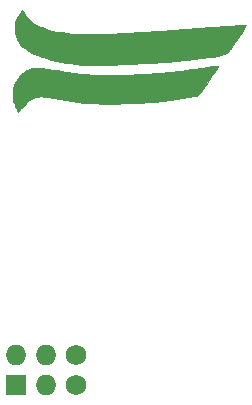
<source format=gbr>
G04 #@! TF.GenerationSoftware,KiCad,Pcbnew,(5.1.10)-1*
G04 #@! TF.CreationDate,2021-09-01T23:48:31-05:00*
G04 #@! TF.ProjectId,Bsides-KC-2021-Cerner-Sponsor-SAO-SVG2Shenzen v1_00 (Paths),42736964-6573-42d4-9b43-2d323032312d,rev?*
G04 #@! TF.SameCoordinates,Original*
G04 #@! TF.FileFunction,Copper,L1,Top*
G04 #@! TF.FilePolarity,Positive*
%FSLAX46Y46*%
G04 Gerber Fmt 4.6, Leading zero omitted, Abs format (unit mm)*
G04 Created by KiCad (PCBNEW (5.1.10)-1) date 2021-09-01 23:48:31*
%MOMM*%
%LPD*%
G01*
G04 APERTURE LIST*
G04 #@! TA.AperFunction,EtchedComponent*
%ADD10C,0.010000*%
G04 #@! TD*
G04 #@! TA.AperFunction,ComponentPad*
%ADD11C,1.727200*%
G04 #@! TD*
G04 #@! TA.AperFunction,ComponentPad*
%ADD12O,1.727200X1.727200*%
G04 #@! TD*
G04 #@! TA.AperFunction,ComponentPad*
%ADD13R,1.727200X1.727200*%
G04 #@! TD*
G04 APERTURE END LIST*
D10*
G04 #@! TO.C,G\u002A\u002A\u002A*
G36*
X146923932Y-84484469D02*
G01*
X146955948Y-84531250D01*
X147001493Y-84601379D01*
X147056349Y-84688436D01*
X147079000Y-84725015D01*
X147238206Y-84968236D01*
X147395777Y-85175702D01*
X147557992Y-85353243D01*
X147731128Y-85506692D01*
X147921462Y-85641881D01*
X148135273Y-85764640D01*
X148269675Y-85831107D01*
X148514220Y-85934699D01*
X148797293Y-86033823D01*
X149115245Y-86127651D01*
X149464428Y-86215356D01*
X149841193Y-86296109D01*
X150241892Y-86369083D01*
X150662876Y-86433450D01*
X151100496Y-86488383D01*
X151227667Y-86502186D01*
X151318677Y-86509085D01*
X151446946Y-86514961D01*
X151607412Y-86519817D01*
X151795012Y-86523651D01*
X152004684Y-86526465D01*
X152231367Y-86528259D01*
X152469997Y-86529034D01*
X152715512Y-86528789D01*
X152962851Y-86527525D01*
X153206951Y-86525242D01*
X153442750Y-86521942D01*
X153665185Y-86517624D01*
X153869195Y-86512288D01*
X154049717Y-86505935D01*
X154138084Y-86501962D01*
X154438156Y-86486955D01*
X154733810Y-86471751D01*
X155027639Y-86456185D01*
X155322234Y-86440090D01*
X155620187Y-86423298D01*
X155924092Y-86405642D01*
X156236539Y-86386956D01*
X156560121Y-86367072D01*
X156897430Y-86345824D01*
X157251058Y-86323045D01*
X157623598Y-86298567D01*
X158017642Y-86272224D01*
X158435781Y-86243849D01*
X158880608Y-86213275D01*
X159354716Y-86180334D01*
X159860695Y-86144861D01*
X160401139Y-86106687D01*
X160978640Y-86065647D01*
X161588750Y-86022076D01*
X161911004Y-85999069D01*
X162235751Y-85975987D01*
X162558678Y-85953132D01*
X162875472Y-85930803D01*
X163181818Y-85909304D01*
X163473402Y-85888933D01*
X163745911Y-85869993D01*
X163995031Y-85852785D01*
X164216447Y-85837610D01*
X164405847Y-85824769D01*
X164558915Y-85814562D01*
X164605000Y-85811545D01*
X164796444Y-85799093D01*
X164983054Y-85786953D01*
X165158605Y-85775530D01*
X165316875Y-85765229D01*
X165451639Y-85756455D01*
X165556674Y-85749613D01*
X165625757Y-85745109D01*
X165626292Y-85745074D01*
X165725648Y-85739857D01*
X165789085Y-85740054D01*
X165822719Y-85746059D01*
X165832666Y-85758268D01*
X165832667Y-85758394D01*
X165821339Y-85785983D01*
X165789040Y-85844861D01*
X165738298Y-85931107D01*
X165671641Y-86040798D01*
X165591597Y-86170012D01*
X165500694Y-86314824D01*
X165401460Y-86471315D01*
X165296421Y-86635559D01*
X165188108Y-86803636D01*
X165079046Y-86971622D01*
X164971765Y-87135596D01*
X164868791Y-87291633D01*
X164772654Y-87435813D01*
X164685880Y-87564211D01*
X164610999Y-87672907D01*
X164550536Y-87757976D01*
X164507021Y-87815497D01*
X164506777Y-87815800D01*
X164442212Y-87892423D01*
X164376468Y-87962081D01*
X164307049Y-88025426D01*
X164231459Y-88083112D01*
X164147204Y-88135791D01*
X164051786Y-88184116D01*
X163942712Y-88228740D01*
X163817485Y-88270315D01*
X163673610Y-88309494D01*
X163508591Y-88346931D01*
X163319934Y-88383278D01*
X163105142Y-88419187D01*
X162861719Y-88455312D01*
X162587172Y-88492305D01*
X162279003Y-88530820D01*
X161934718Y-88571508D01*
X161551821Y-88615024D01*
X161377084Y-88634500D01*
X160934519Y-88682870D01*
X160513778Y-88727221D01*
X160110087Y-88767898D01*
X159718669Y-88805245D01*
X159334751Y-88839608D01*
X158953556Y-88871331D01*
X158570309Y-88900758D01*
X158180235Y-88928236D01*
X157778559Y-88954108D01*
X157360505Y-88978720D01*
X156921299Y-89002416D01*
X156456165Y-89025541D01*
X155960327Y-89048440D01*
X155429012Y-89071458D01*
X155185834Y-89081586D01*
X155046011Y-89086512D01*
X154876319Y-89091104D01*
X154681290Y-89095336D01*
X154465452Y-89099180D01*
X154233337Y-89102609D01*
X153989475Y-89105595D01*
X153738396Y-89108113D01*
X153484630Y-89110133D01*
X153232710Y-89111630D01*
X152987163Y-89112576D01*
X152752522Y-89112944D01*
X152533316Y-89112706D01*
X152334076Y-89111835D01*
X152159333Y-89110304D01*
X152013616Y-89108086D01*
X151901456Y-89105154D01*
X151830917Y-89101740D01*
X151671271Y-89087455D01*
X151478909Y-89065440D01*
X151262477Y-89036971D01*
X151030622Y-89003323D01*
X150791993Y-88965772D01*
X150555237Y-88925594D01*
X150329000Y-88884063D01*
X150247143Y-88868104D01*
X149803335Y-88772855D01*
X149377814Y-88667302D01*
X148972873Y-88552429D01*
X148590801Y-88429218D01*
X148233891Y-88298654D01*
X147904433Y-88161721D01*
X147604719Y-88019400D01*
X147337038Y-87872677D01*
X147103684Y-87722535D01*
X146906945Y-87569957D01*
X146749115Y-87415926D01*
X146686059Y-87339405D01*
X146556409Y-87135425D01*
X146452427Y-86904067D01*
X146374749Y-86652093D01*
X146324010Y-86386265D01*
X146300847Y-86113344D01*
X146305894Y-85840092D01*
X146339788Y-85573271D01*
X146403165Y-85319642D01*
X146477897Y-85125559D01*
X146507197Y-85068859D01*
X146551449Y-84992277D01*
X146606206Y-84902591D01*
X146667021Y-84806579D01*
X146729448Y-84711020D01*
X146789040Y-84622690D01*
X146841349Y-84548369D01*
X146881928Y-84494834D01*
X146906331Y-84468864D01*
X146909667Y-84467455D01*
X146923932Y-84484469D01*
G37*
X146923932Y-84484469D02*
X146955948Y-84531250D01*
X147001493Y-84601379D01*
X147056349Y-84688436D01*
X147079000Y-84725015D01*
X147238206Y-84968236D01*
X147395777Y-85175702D01*
X147557992Y-85353243D01*
X147731128Y-85506692D01*
X147921462Y-85641881D01*
X148135273Y-85764640D01*
X148269675Y-85831107D01*
X148514220Y-85934699D01*
X148797293Y-86033823D01*
X149115245Y-86127651D01*
X149464428Y-86215356D01*
X149841193Y-86296109D01*
X150241892Y-86369083D01*
X150662876Y-86433450D01*
X151100496Y-86488383D01*
X151227667Y-86502186D01*
X151318677Y-86509085D01*
X151446946Y-86514961D01*
X151607412Y-86519817D01*
X151795012Y-86523651D01*
X152004684Y-86526465D01*
X152231367Y-86528259D01*
X152469997Y-86529034D01*
X152715512Y-86528789D01*
X152962851Y-86527525D01*
X153206951Y-86525242D01*
X153442750Y-86521942D01*
X153665185Y-86517624D01*
X153869195Y-86512288D01*
X154049717Y-86505935D01*
X154138084Y-86501962D01*
X154438156Y-86486955D01*
X154733810Y-86471751D01*
X155027639Y-86456185D01*
X155322234Y-86440090D01*
X155620187Y-86423298D01*
X155924092Y-86405642D01*
X156236539Y-86386956D01*
X156560121Y-86367072D01*
X156897430Y-86345824D01*
X157251058Y-86323045D01*
X157623598Y-86298567D01*
X158017642Y-86272224D01*
X158435781Y-86243849D01*
X158880608Y-86213275D01*
X159354716Y-86180334D01*
X159860695Y-86144861D01*
X160401139Y-86106687D01*
X160978640Y-86065647D01*
X161588750Y-86022076D01*
X161911004Y-85999069D01*
X162235751Y-85975987D01*
X162558678Y-85953132D01*
X162875472Y-85930803D01*
X163181818Y-85909304D01*
X163473402Y-85888933D01*
X163745911Y-85869993D01*
X163995031Y-85852785D01*
X164216447Y-85837610D01*
X164405847Y-85824769D01*
X164558915Y-85814562D01*
X164605000Y-85811545D01*
X164796444Y-85799093D01*
X164983054Y-85786953D01*
X165158605Y-85775530D01*
X165316875Y-85765229D01*
X165451639Y-85756455D01*
X165556674Y-85749613D01*
X165625757Y-85745109D01*
X165626292Y-85745074D01*
X165725648Y-85739857D01*
X165789085Y-85740054D01*
X165822719Y-85746059D01*
X165832666Y-85758268D01*
X165832667Y-85758394D01*
X165821339Y-85785983D01*
X165789040Y-85844861D01*
X165738298Y-85931107D01*
X165671641Y-86040798D01*
X165591597Y-86170012D01*
X165500694Y-86314824D01*
X165401460Y-86471315D01*
X165296421Y-86635559D01*
X165188108Y-86803636D01*
X165079046Y-86971622D01*
X164971765Y-87135596D01*
X164868791Y-87291633D01*
X164772654Y-87435813D01*
X164685880Y-87564211D01*
X164610999Y-87672907D01*
X164550536Y-87757976D01*
X164507021Y-87815497D01*
X164506777Y-87815800D01*
X164442212Y-87892423D01*
X164376468Y-87962081D01*
X164307049Y-88025426D01*
X164231459Y-88083112D01*
X164147204Y-88135791D01*
X164051786Y-88184116D01*
X163942712Y-88228740D01*
X163817485Y-88270315D01*
X163673610Y-88309494D01*
X163508591Y-88346931D01*
X163319934Y-88383278D01*
X163105142Y-88419187D01*
X162861719Y-88455312D01*
X162587172Y-88492305D01*
X162279003Y-88530820D01*
X161934718Y-88571508D01*
X161551821Y-88615024D01*
X161377084Y-88634500D01*
X160934519Y-88682870D01*
X160513778Y-88727221D01*
X160110087Y-88767898D01*
X159718669Y-88805245D01*
X159334751Y-88839608D01*
X158953556Y-88871331D01*
X158570309Y-88900758D01*
X158180235Y-88928236D01*
X157778559Y-88954108D01*
X157360505Y-88978720D01*
X156921299Y-89002416D01*
X156456165Y-89025541D01*
X155960327Y-89048440D01*
X155429012Y-89071458D01*
X155185834Y-89081586D01*
X155046011Y-89086512D01*
X154876319Y-89091104D01*
X154681290Y-89095336D01*
X154465452Y-89099180D01*
X154233337Y-89102609D01*
X153989475Y-89105595D01*
X153738396Y-89108113D01*
X153484630Y-89110133D01*
X153232710Y-89111630D01*
X152987163Y-89112576D01*
X152752522Y-89112944D01*
X152533316Y-89112706D01*
X152334076Y-89111835D01*
X152159333Y-89110304D01*
X152013616Y-89108086D01*
X151901456Y-89105154D01*
X151830917Y-89101740D01*
X151671271Y-89087455D01*
X151478909Y-89065440D01*
X151262477Y-89036971D01*
X151030622Y-89003323D01*
X150791993Y-88965772D01*
X150555237Y-88925594D01*
X150329000Y-88884063D01*
X150247143Y-88868104D01*
X149803335Y-88772855D01*
X149377814Y-88667302D01*
X148972873Y-88552429D01*
X148590801Y-88429218D01*
X148233891Y-88298654D01*
X147904433Y-88161721D01*
X147604719Y-88019400D01*
X147337038Y-87872677D01*
X147103684Y-87722535D01*
X146906945Y-87569957D01*
X146749115Y-87415926D01*
X146686059Y-87339405D01*
X146556409Y-87135425D01*
X146452427Y-86904067D01*
X146374749Y-86652093D01*
X146324010Y-86386265D01*
X146300847Y-86113344D01*
X146305894Y-85840092D01*
X146339788Y-85573271D01*
X146403165Y-85319642D01*
X146477897Y-85125559D01*
X146507197Y-85068859D01*
X146551449Y-84992277D01*
X146606206Y-84902591D01*
X146667021Y-84806579D01*
X146729448Y-84711020D01*
X146789040Y-84622690D01*
X146841349Y-84548369D01*
X146881928Y-84494834D01*
X146906331Y-84468864D01*
X146909667Y-84467455D01*
X146923932Y-84484469D01*
G36*
X163454618Y-89201419D02*
G01*
X163472112Y-89207783D01*
X163474261Y-89210214D01*
X163469571Y-89236355D01*
X163446199Y-89289495D01*
X163408274Y-89360974D01*
X163376350Y-89415522D01*
X163315290Y-89513691D01*
X163238054Y-89633892D01*
X163147083Y-89772608D01*
X163044820Y-89926323D01*
X162933705Y-90091523D01*
X162816180Y-90264692D01*
X162694687Y-90442314D01*
X162571668Y-90620874D01*
X162449564Y-90796856D01*
X162330816Y-90966745D01*
X162217867Y-91127025D01*
X162113158Y-91274181D01*
X162019130Y-91404697D01*
X161938225Y-91515057D01*
X161872885Y-91601747D01*
X161825551Y-91661251D01*
X161798665Y-91690053D01*
X161795205Y-91692116D01*
X161759148Y-91700264D01*
X161686646Y-91714541D01*
X161582995Y-91734016D01*
X161453490Y-91757754D01*
X161303428Y-91784821D01*
X161138102Y-91814283D01*
X160962810Y-91845207D01*
X160782846Y-91876658D01*
X160603505Y-91907703D01*
X160430083Y-91937408D01*
X160267875Y-91964839D01*
X160122177Y-91989061D01*
X159998284Y-92009142D01*
X159990667Y-92010353D01*
X159380160Y-92101113D01*
X158770831Y-92179176D01*
X158157504Y-92244874D01*
X157535003Y-92298539D01*
X156898151Y-92340503D01*
X156241773Y-92371098D01*
X155560692Y-92390656D01*
X154849732Y-92399509D01*
X154103718Y-92397990D01*
X153968750Y-92396678D01*
X153599697Y-92391867D01*
X153267160Y-92385484D01*
X152965331Y-92376977D01*
X152688406Y-92365792D01*
X152430578Y-92351377D01*
X152186042Y-92333179D01*
X151948992Y-92310645D01*
X151713621Y-92283223D01*
X151474124Y-92250359D01*
X151224694Y-92211502D01*
X150959527Y-92166098D01*
X150672816Y-92113594D01*
X150358754Y-92053437D01*
X150354112Y-92052533D01*
X150006342Y-91986104D01*
X149696376Y-91929878D01*
X149420988Y-91883632D01*
X149176952Y-91847141D01*
X148961042Y-91820184D01*
X148770033Y-91802536D01*
X148600698Y-91793974D01*
X148449813Y-91794275D01*
X148314151Y-91803215D01*
X148190486Y-91820571D01*
X148075593Y-91846119D01*
X147966246Y-91879637D01*
X147948436Y-91885946D01*
X147834981Y-91931099D01*
X147727186Y-91983909D01*
X147620937Y-92047722D01*
X147512122Y-92125887D01*
X147396627Y-92221751D01*
X147270341Y-92338660D01*
X147129149Y-92479963D01*
X146968938Y-92649006D01*
X146844155Y-92784667D01*
X146757297Y-92879456D01*
X146679869Y-92962986D01*
X146616467Y-93030379D01*
X146571689Y-93076752D01*
X146550132Y-93097226D01*
X146549294Y-93097723D01*
X146536067Y-93081546D01*
X146509468Y-93032892D01*
X146472729Y-92958223D01*
X146429085Y-92864002D01*
X146402374Y-92804061D01*
X146321158Y-92615314D01*
X146257049Y-92455622D01*
X146207559Y-92316518D01*
X146170200Y-92189531D01*
X146142483Y-92066192D01*
X146121920Y-91938032D01*
X146106023Y-91796583D01*
X146105859Y-91794853D01*
X146097807Y-91498871D01*
X146128490Y-91205062D01*
X146195905Y-90918144D01*
X146298046Y-90642834D01*
X146432908Y-90383847D01*
X146598485Y-90145901D01*
X146792774Y-89933711D01*
X146956330Y-89794154D01*
X147149079Y-89662966D01*
X147356199Y-89550367D01*
X147568296Y-89460290D01*
X147775976Y-89396667D01*
X147969843Y-89363429D01*
X147989167Y-89361851D01*
X148111608Y-89359247D01*
X148270452Y-89365855D01*
X148460918Y-89381086D01*
X148678224Y-89404355D01*
X148917591Y-89435074D01*
X149174237Y-89472657D01*
X149443380Y-89516518D01*
X149720241Y-89566069D01*
X149841250Y-89589131D01*
X150196183Y-89656122D01*
X150521839Y-89713131D01*
X150828984Y-89761572D01*
X151128381Y-89802855D01*
X151430795Y-89838394D01*
X151746988Y-89869600D01*
X152087726Y-89897886D01*
X152328334Y-89915435D01*
X152990682Y-89953188D01*
X153687766Y-89976864D01*
X154414431Y-89986564D01*
X155165525Y-89982390D01*
X155935892Y-89964444D01*
X156720380Y-89932825D01*
X157513836Y-89887636D01*
X158311105Y-89828979D01*
X158773584Y-89788793D01*
X159192301Y-89748886D01*
X159593613Y-89707498D01*
X159986461Y-89663519D01*
X160379786Y-89615844D01*
X160782530Y-89563363D01*
X161203633Y-89504970D01*
X161652038Y-89439556D01*
X161927417Y-89398073D01*
X162227620Y-89352637D01*
X162488500Y-89313723D01*
X162712511Y-89281032D01*
X162902111Y-89254268D01*
X163059756Y-89233131D01*
X163187902Y-89217324D01*
X163289005Y-89206547D01*
X163365521Y-89200503D01*
X163419907Y-89198893D01*
X163454618Y-89201419D01*
G37*
X163454618Y-89201419D02*
X163472112Y-89207783D01*
X163474261Y-89210214D01*
X163469571Y-89236355D01*
X163446199Y-89289495D01*
X163408274Y-89360974D01*
X163376350Y-89415522D01*
X163315290Y-89513691D01*
X163238054Y-89633892D01*
X163147083Y-89772608D01*
X163044820Y-89926323D01*
X162933705Y-90091523D01*
X162816180Y-90264692D01*
X162694687Y-90442314D01*
X162571668Y-90620874D01*
X162449564Y-90796856D01*
X162330816Y-90966745D01*
X162217867Y-91127025D01*
X162113158Y-91274181D01*
X162019130Y-91404697D01*
X161938225Y-91515057D01*
X161872885Y-91601747D01*
X161825551Y-91661251D01*
X161798665Y-91690053D01*
X161795205Y-91692116D01*
X161759148Y-91700264D01*
X161686646Y-91714541D01*
X161582995Y-91734016D01*
X161453490Y-91757754D01*
X161303428Y-91784821D01*
X161138102Y-91814283D01*
X160962810Y-91845207D01*
X160782846Y-91876658D01*
X160603505Y-91907703D01*
X160430083Y-91937408D01*
X160267875Y-91964839D01*
X160122177Y-91989061D01*
X159998284Y-92009142D01*
X159990667Y-92010353D01*
X159380160Y-92101113D01*
X158770831Y-92179176D01*
X158157504Y-92244874D01*
X157535003Y-92298539D01*
X156898151Y-92340503D01*
X156241773Y-92371098D01*
X155560692Y-92390656D01*
X154849732Y-92399509D01*
X154103718Y-92397990D01*
X153968750Y-92396678D01*
X153599697Y-92391867D01*
X153267160Y-92385484D01*
X152965331Y-92376977D01*
X152688406Y-92365792D01*
X152430578Y-92351377D01*
X152186042Y-92333179D01*
X151948992Y-92310645D01*
X151713621Y-92283223D01*
X151474124Y-92250359D01*
X151224694Y-92211502D01*
X150959527Y-92166098D01*
X150672816Y-92113594D01*
X150358754Y-92053437D01*
X150354112Y-92052533D01*
X150006342Y-91986104D01*
X149696376Y-91929878D01*
X149420988Y-91883632D01*
X149176952Y-91847141D01*
X148961042Y-91820184D01*
X148770033Y-91802536D01*
X148600698Y-91793974D01*
X148449813Y-91794275D01*
X148314151Y-91803215D01*
X148190486Y-91820571D01*
X148075593Y-91846119D01*
X147966246Y-91879637D01*
X147948436Y-91885946D01*
X147834981Y-91931099D01*
X147727186Y-91983909D01*
X147620937Y-92047722D01*
X147512122Y-92125887D01*
X147396627Y-92221751D01*
X147270341Y-92338660D01*
X147129149Y-92479963D01*
X146968938Y-92649006D01*
X146844155Y-92784667D01*
X146757297Y-92879456D01*
X146679869Y-92962986D01*
X146616467Y-93030379D01*
X146571689Y-93076752D01*
X146550132Y-93097226D01*
X146549294Y-93097723D01*
X146536067Y-93081546D01*
X146509468Y-93032892D01*
X146472729Y-92958223D01*
X146429085Y-92864002D01*
X146402374Y-92804061D01*
X146321158Y-92615314D01*
X146257049Y-92455622D01*
X146207559Y-92316518D01*
X146170200Y-92189531D01*
X146142483Y-92066192D01*
X146121920Y-91938032D01*
X146106023Y-91796583D01*
X146105859Y-91794853D01*
X146097807Y-91498871D01*
X146128490Y-91205062D01*
X146195905Y-90918144D01*
X146298046Y-90642834D01*
X146432908Y-90383847D01*
X146598485Y-90145901D01*
X146792774Y-89933711D01*
X146956330Y-89794154D01*
X147149079Y-89662966D01*
X147356199Y-89550367D01*
X147568296Y-89460290D01*
X147775976Y-89396667D01*
X147969843Y-89363429D01*
X147989167Y-89361851D01*
X148111608Y-89359247D01*
X148270452Y-89365855D01*
X148460918Y-89381086D01*
X148678224Y-89404355D01*
X148917591Y-89435074D01*
X149174237Y-89472657D01*
X149443380Y-89516518D01*
X149720241Y-89566069D01*
X149841250Y-89589131D01*
X150196183Y-89656122D01*
X150521839Y-89713131D01*
X150828984Y-89761572D01*
X151128381Y-89802855D01*
X151430795Y-89838394D01*
X151746988Y-89869600D01*
X152087726Y-89897886D01*
X152328334Y-89915435D01*
X152990682Y-89953188D01*
X153687766Y-89976864D01*
X154414431Y-89986564D01*
X155165525Y-89982390D01*
X155935892Y-89964444D01*
X156720380Y-89932825D01*
X157513836Y-89887636D01*
X158311105Y-89828979D01*
X158773584Y-89788793D01*
X159192301Y-89748886D01*
X159593613Y-89707498D01*
X159986461Y-89663519D01*
X160379786Y-89615844D01*
X160782530Y-89563363D01*
X161203633Y-89504970D01*
X161652038Y-89439556D01*
X161927417Y-89398073D01*
X162227620Y-89352637D01*
X162488500Y-89313723D01*
X162712511Y-89281032D01*
X162902111Y-89254268D01*
X163059756Y-89233131D01*
X163187902Y-89217324D01*
X163289005Y-89206547D01*
X163365521Y-89200503D01*
X163419907Y-89198893D01*
X163454618Y-89201419D01*
G04 #@! TD*
D11*
G04 #@! TO.P,X1,5*
G04 #@! TO.N,N/C*
X151480200Y-113698400D03*
G04 #@! TO.P,X1,6*
X151480200Y-116238400D03*
D12*
G04 #@! TO.P,X1,3*
X148940200Y-113698400D03*
G04 #@! TO.P,X1,4*
X148940200Y-116238400D03*
G04 #@! TO.P,X1,1*
X146400200Y-113698400D03*
D13*
G04 #@! TO.P,X1,2*
X146400200Y-116238400D03*
G04 #@! TD*
M02*

</source>
